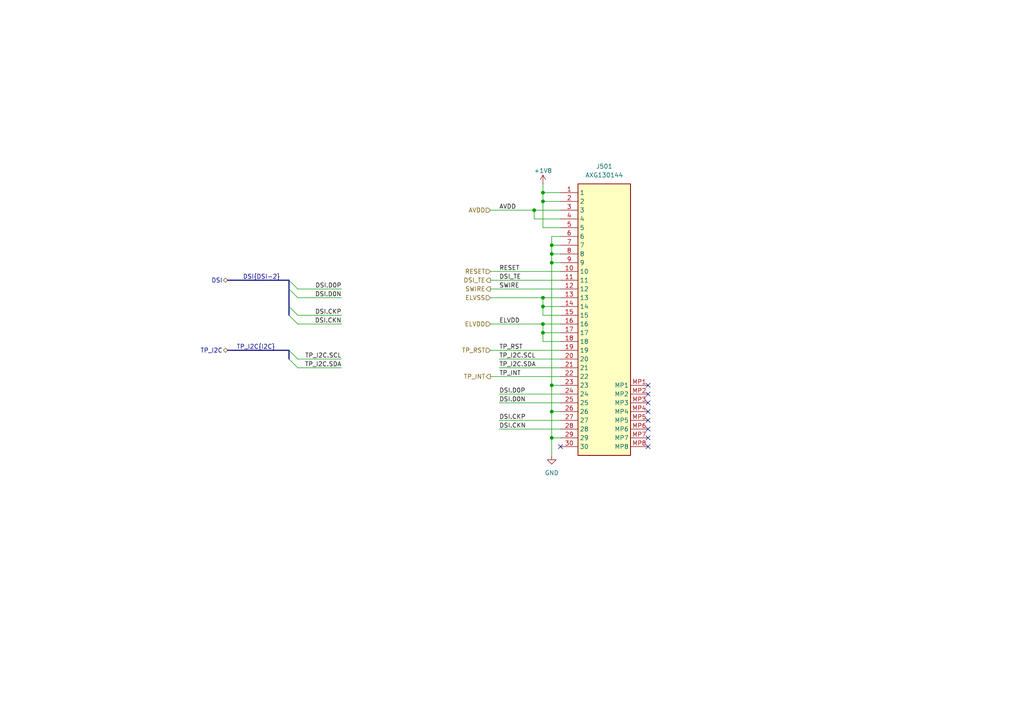
<source format=kicad_sch>
(kicad_sch (version 20231120) (generator "eeschema") (generator_version "8.0")
  (paper "A4")
  (title_block (title "Watch Display Connector") (rev "2"))
  (lib_symbols
    (symbol "AXG130144:AXG130144"
      (property "Reference" "J" (at 0 40.64 0))
      (property "Value" "AXG130144" (at 0 38.1 0))
      (symbol "AXG130144_1_1"
        (rectangle (start -7.62 35.56) (end 7.62 -43.18) (stroke (width 0.254)) (fill (type background)))
        (pin passive line (at -12.7 33.02 0) (length 5.08) (name "1") (number "1"))
        (pin passive line (at -12.7 10.16 0) (length 5.08) (name "10") (number "10"))
        (pin passive line (at -12.7 7.62 0) (length 5.08) (name "11") (number "11"))
        (pin passive line (at -12.7 5.08 0) (length 5.08) (name "12") (number "12"))
        (pin passive line (at -12.7 2.54 0) (length 5.08) (name "13") (number "13"))
        (pin passive line (at -12.7 0 0) (length 5.08) (name "14") (number "14"))
        (pin passive line (at -12.7 -2.54 0) (length 5.08) (name "15") (number "15"))
        (pin passive line (at -12.7 -5.08 0) (length 5.08) (name "16") (number "16"))
        (pin passive line (at -12.7 -7.62 0) (length 5.08) (name "17") (number "17"))
        (pin passive line (at -12.7 -10.16 0) (length 5.08) (name "18") (number "18"))
        (pin passive line (at -12.7 -12.7 0) (length 5.08) (name "19") (number "19"))
        (pin passive line (at -12.7 30.48 0) (length 5.08) (name "2") (number "2"))
        (pin passive line (at -12.7 -15.24 0) (length 5.08) (name "20") (number "20"))
        (pin passive line (at -12.7 -17.78 0) (length 5.08) (name "21") (number "21"))
        (pin passive line (at -12.7 -20.32 0) (length 5.08) (name "22") (number "22"))
        (pin passive line (at -12.7 -22.86 0) (length 5.08) (name "23") (number "23"))
        (pin passive line (at -12.7 -25.4 0) (length 5.08) (name "24") (number "24"))
        (pin passive line (at -12.7 -27.94 0) (length 5.08) (name "25") (number "25"))
        (pin passive line (at -12.7 -30.48 0) (length 5.08) (name "26") (number "26"))
        (pin passive line (at -12.7 -33.02 0) (length 5.08) (name "27") (number "27"))
        (pin passive line (at -12.7 -35.56 0) (length 5.08) (name "28") (number "28"))
        (pin passive line (at -12.7 -38.1 0) (length 5.08) (name "29") (number "29"))
        (pin passive line (at -12.7 27.94 0) (length 5.08) (name "3") (number "3"))
        (pin passive line (at -12.7 -40.64 0) (length 5.08) (name "30") (number "30"))
        (pin passive line (at -12.7 25.4 0) (length 5.08) (name "4") (number "4"))
        (pin passive line (at -12.7 22.86 0) (length 5.08) (name "5") (number "5"))
        (pin passive line (at -12.7 20.32 0) (length 5.08) (name "6") (number "6"))
        (pin passive line (at -12.7 17.78 0) (length 5.08) (name "7") (number "7"))
        (pin passive line (at -12.7 15.24 0) (length 5.08) (name "8") (number "8"))
        (pin passive line (at -12.7 12.7 0) (length 5.08) (name "9") (number "9"))
        (pin passive line (at 12.7 -22.86 180) (length 5.08) (name "MP1") (number "MP1"))
        (pin passive line (at 12.7 -25.4 180) (length 5.08) (name "MP2") (number "MP2"))
        (pin passive line (at 12.7 -27.94 180) (length 5.08) (name "MP3") (number "MP3"))
        (pin passive line (at 12.7 -30.48 180) (length 5.08) (name "MP4") (number "MP4"))
        (pin passive line (at 12.7 -33.02 180) (length 5.08) (name "MP5") (number "MP5"))
        (pin passive line (at 12.7 -35.56 180) (length 5.08) (name "MP6") (number "MP6"))
        (pin passive line (at 12.7 -38.1 180) (length 5.08) (name "MP7") (number "MP7"))
        (pin passive line (at 12.7 -40.64 180) (length 5.08) (name "MP8") (number "MP8"))
      )
    )
    (symbol "power:+1V8" (power) (pin_numbers hide) (pin_names (offset 0) hide)
      (property "Value" "+1V8" (at 0 3.556 0))
      (symbol "+1V8_0_1"
        (polyline (pts (xy -0.762 1.27) (xy 0 2.54)))
        (polyline (pts (xy 0 0) (xy 0 2.54)))
        (polyline (pts (xy 0 2.54) (xy 0.762 1.27)))
      )
      (symbol "+1V8_1_1"
        (pin power_in line (at 0 0 90) (length 0) (name "~") (number "1"))
      )
    )
    (symbol "power:GND" (power) (pin_numbers hide) (pin_names (offset 0) hide)
      (property "Value" "GND" (at 0 -3.81 0))
      (symbol "GND_0_1"
        (polyline (pts (xy 0 0) (xy 0 -1.27) (xy 1.27 -1.27) (xy 0 -2.54) (xy -1.27 -1.27) (xy 0 -1.27)))
      )
      (symbol "GND_1_1"
        (pin power_in line (at 0 0 270) (length 0) (name "~") (number "1"))
      )
    )
  )
  (junction (at 157.48 86.36))
  (junction (at 154.94 60.96))
  (junction (at 160.02 71.12))
  (junction (at 157.48 93.98))
  (junction (at 160.02 73.66))
  (junction (at 157.48 58.42))
  (junction (at 157.48 88.9))
  (junction (at 160.02 111.76))
  (junction (at 160.02 127))
  (junction (at 157.48 55.88))
  (junction (at 160.02 119.38))
  (junction (at 160.02 76.2))
  (junction (at 157.48 96.52))
  (no_connect (at 187.96 111.76))
  (no_connect (at 187.96 124.46))
  (no_connect (at 162.56 129.54))
  (no_connect (at 187.96 127))
  (no_connect (at 187.96 114.3))
  (no_connect (at 187.96 116.84))
  (no_connect (at 187.96 121.92))
  (no_connect (at 187.96 129.54))
  (no_connect (at 187.96 119.38))
  (bus_entry (at 83.82 104.14) (size 2.54 2.54))
  (bus_entry (at 83.82 101.6) (size 2.54 2.54))
  (bus_entry (at 86.36 93.98) (size -2.54 -2.54))
  (bus_entry (at 86.36 86.36) (size -2.54 -2.54))
  (bus_entry (at 86.36 91.44) (size -2.54 -2.54))
  (bus_entry (at 86.36 83.82) (size -2.54 -2.54))
  (wire (pts (xy 157.48 96.52) (xy 157.48 93.98)))
  (wire (pts (xy 162.56 58.42) (xy 157.48 58.42)))
  (wire (pts (xy 162.56 66.04) (xy 157.48 66.04)))
  (wire (pts (xy 86.36 93.98) (xy 99.06 93.98)))
  (wire (pts (xy 142.24 101.6) (xy 162.56 101.6)))
  (wire (pts (xy 142.24 60.96) (xy 154.94 60.96)))
  (wire (pts (xy 157.48 55.88) (xy 157.48 58.42)))
  (wire (pts (xy 86.36 104.14) (xy 99.06 104.14)))
  (wire (pts (xy 86.36 91.44) (xy 99.06 91.44)))
  (wire (pts (xy 142.24 93.98) (xy 157.48 93.98)))
  (wire (pts (xy 160.02 111.76) (xy 160.02 76.2)))
  (wire (pts (xy 157.48 99.06) (xy 157.48 96.52)))
  (wire (pts (xy 162.56 63.5) (xy 154.94 63.5)))
  (wire (pts (xy 160.02 132.08) (xy 160.02 127)))
  (wire (pts (xy 160.02 119.38) (xy 160.02 111.76)))
  (wire (pts (xy 160.02 127) (xy 160.02 119.38)))
  (wire (pts (xy 144.78 106.68) (xy 162.56 106.68)))
  (wire (pts (xy 157.48 53.34) (xy 157.48 55.88)))
  (wire (pts (xy 157.48 96.52) (xy 162.56 96.52)))
  (wire (pts (xy 157.48 88.9) (xy 162.56 88.9)))
  (wire (pts (xy 160.02 76.2) (xy 162.56 76.2)))
  (bus (pts (xy 83.82 88.9) (xy 83.82 83.82)))
  (wire (pts (xy 144.78 124.46) (xy 162.56 124.46)))
  (wire (pts (xy 160.02 119.38) (xy 162.56 119.38)))
  (wire (pts (xy 144.78 114.3) (xy 162.56 114.3)))
  (wire (pts (xy 144.78 116.84) (xy 162.56 116.84)))
  (wire (pts (xy 157.48 58.42) (xy 157.48 66.04)))
  (wire (pts (xy 162.56 99.06) (xy 157.48 99.06)))
  (wire (pts (xy 154.94 60.96) (xy 162.56 60.96)))
  (wire (pts (xy 162.56 86.36) (xy 157.48 86.36)))
  (wire (pts (xy 86.36 106.68) (xy 99.06 106.68)))
  (wire (pts (xy 157.48 93.98) (xy 162.56 93.98)))
  (wire (pts (xy 160.02 73.66) (xy 162.56 73.66)))
  (wire (pts (xy 157.48 91.44) (xy 162.56 91.44)))
  (wire (pts (xy 142.24 109.22) (xy 162.56 109.22)))
  (wire (pts (xy 160.02 76.2) (xy 160.02 73.66)))
  (wire (pts (xy 144.78 104.14) (xy 162.56 104.14)))
  (bus (pts (xy 83.82 88.9) (xy 83.82 91.44)))
  (wire (pts (xy 160.02 111.76) (xy 162.56 111.76)))
  (wire (pts (xy 157.48 86.36) (xy 142.24 86.36)))
  (wire (pts (xy 154.94 63.5) (xy 154.94 60.96)))
  (wire (pts (xy 160.02 73.66) (xy 160.02 71.12)))
  (wire (pts (xy 142.24 83.82) (xy 162.56 83.82)))
  (wire (pts (xy 157.48 88.9) (xy 157.48 91.44)))
  (wire (pts (xy 160.02 71.12) (xy 162.56 71.12)))
  (bus (pts (xy 83.82 83.82) (xy 83.82 81.28)))
  (wire (pts (xy 160.02 71.12) (xy 160.02 68.58)))
  (bus (pts (xy 83.82 104.14) (xy 83.82 101.6)))
  (wire (pts (xy 142.24 81.28) (xy 162.56 81.28)))
  (bus (pts (xy 83.82 101.6) (xy 66.04 101.6)))
  (wire (pts (xy 157.48 86.36) (xy 157.48 88.9)))
  (wire (pts (xy 160.02 127) (xy 162.56 127)))
  (wire (pts (xy 160.02 68.58) (xy 162.56 68.58)))
  (wire (pts (xy 86.36 86.36) (xy 99.06 86.36)))
  (wire (pts (xy 144.78 121.92) (xy 162.56 121.92)))
  (wire (pts (xy 142.24 78.74) (xy 162.56 78.74)))
  (wire (pts (xy 86.36 83.82) (xy 99.06 83.82)))
  (wire (pts (xy 157.48 55.88) (xy 162.56 55.88)))
  (bus (pts (xy 83.82 81.28) (xy 66.04 81.28)))
  (label "AVDD" (at 144.78 60.96 0))
  (label "ELVDD" (at 144.78 93.98 0))
  (label "TP_I2C.SDA" (at 99.06 106.68 180))
  (label "DSI.CKN" (at 99.06 93.98 180))
  (label "DSI.D0P" (at 144.78 114.3 0))
  (label "DSI.CKP" (at 144.78 121.92 0))
  (label "TP_I2C.SDA" (at 144.78 106.68 0))
  (label "DSI.D0N" (at 99.06 86.36 180))
  (label "DSI{DSI-2}" (at 81.28 81.28 180))
  (label "TP_I2C.SCL" (at 99.06 104.14 180))
  (label "DSI_TE" (at 144.78 81.28 0))
  (label "DSI.CKN" (at 144.78 124.46 0))
  (label "TP_I2C{I2C}" (at 68.58 101.6 0))
  (label "TP_INT" (at 144.78 109.22 0))
  (label "TP_RST" (at 144.78 101.6 0))
  (label "DSI.D0N" (at 144.78 116.84 0))
  (label "DSI.CKP" (at 99.06 91.44 180))
  (label "TP_I2C.SCL" (at 144.78 104.14 0))
  (label "DSI.D0P" (at 99.06 83.82 180))
  (label "RESET" (at 144.78 78.74 0))
  (label "SWIRE" (at 144.78 83.82 0))
  (hierarchical_label "DSI" (shape bidirectional) (at 66.04 81.28 180) (property "DSI" "DSI" (effects (hide yes))))
  (hierarchical_label "SWIRE" (shape output) (at 142.24 83.82 180))
  (hierarchical_label "TP_I2C" (shape bidirectional) (at 66.04 101.6 180) (property "DSI" "DSI" (effects (hide yes))))
  (hierarchical_label "RESET" (shape input) (at 142.24 78.74 180))
  (hierarchical_label "TP_RST" (shape input) (at 142.24 101.6 180))
  (hierarchical_label "ELVSS" (shape input) (at 142.24 86.36 180))
  (hierarchical_label "DSI_TE" (shape output) (at 142.24 81.28 180))
  (hierarchical_label "TP_INT" (shape output) (at 142.24 109.22 180))
  (hierarchical_label "ELVDD" (shape input) (at 142.24 93.98 180))
  (hierarchical_label "AVDD" (shape input) (at 142.24 60.96 180))
  (symbol (lib_id "AXG130144:AXG130144") (at 175.26 88.9 0) (unit 1)
    (property "Reference" "J501" (at 175.26 48.26 0))
    (property "Value" "AXG130144" (at 175.26 50.8 0))
    (property "Footprint" "watch_footprints:AXG130144" (effects (hide yes)))
    (property "Datasheet" "https://www3.panasonic.biz/ac/e/uacs/download/index.jsp?c=hmi_download" (effects (hide yes)))
    (property "Description" "Panasonic S35 Series 0.35mm Pitch 30 Way 2 Row PCB Socket, Surface Mount, Solder Termination" (effects (hide yes)))
    (property "Height" "0.79" (effects (hide yes)))
    (property "Mouser Part Number" "667-AXG130144" (effects (hide yes)))
    (property "Mouser Price/Stock" "https://www.mouser.co.uk/ProductDetail/Panasonic-Industrial-Devices/AXG130144?qs=MNIFWdyJgbpv3UEdzINcSA%3D%3D" (effects (hide yes)))
    (property "Manufacturer_Name" "Panasonic" (effects (hide yes)))
    (property "Manufacturer_Part_Number" "AXG130144" (effects (hide yes)))
  )
  (symbol (lib_id "power:+1V8") (at 157.48 53.34 0) (unit 1)
    (property "Reference" "#PWR0501" (effects (hide yes)))
    (property "Value" "+1V8" (at 157.48 49.53 0))
    (property "Description" "Power symbol creates a global label with name \"+1V8\"" (effects (hide yes)))
  )
  (symbol (lib_id "power:GND") (at 160.02 132.08 0) (unit 1)
    (property "Reference" "#PWR0502" (effects (hide yes)))
    (property "Value" "GND" (at 160.02 137.16 0))
    (property "Description" "Power symbol creates a global label with name \"GND\" , ground" (effects (hide yes)))
  )
)
</source>
